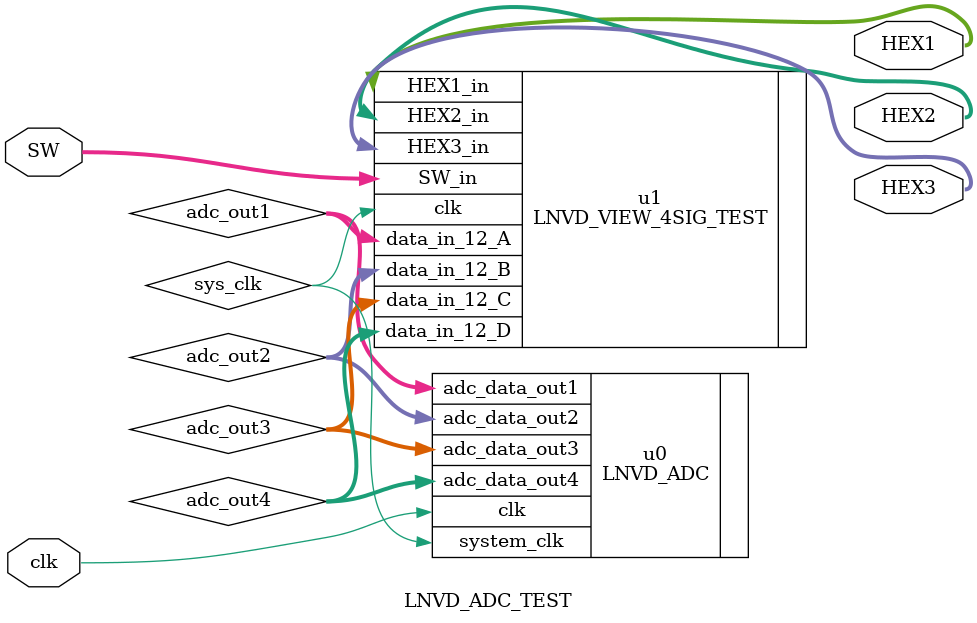
<source format=v>
/* Author: 	Evan Newell
	Date:   	April 6, 2024
	Project: LNVD
	
	Input: * 50 MHZ clk
			 * 10 bit slide switch values (Available on DE10-LITE)
	
	Output: *3 digit 7 segment display which displays hexadecimal version of 
				analog input to the channel indicated by switch combination
			  
	Credit: 
	* Silas Waxter and Aaron Jobe (Team member for research and troubleshooting support)

	Contact: (541)527-0767 *** neweleva000@gmail.com
*/

module LNVD_ADC_TEST (
		input clk, 
		input [9: 0] SW,
		output[7: 0] HEX1,
      output[7: 0] HEX2,
      output[7: 0] HEX3
		);

		
	wire [11:0] adc_out1;
	wire [11:0] adc_out2;
	wire [11:0] adc_out3;
	wire [11:0] adc_out4;
	wire sys_clk;
	
	
	LNVD_ADC u0(
		.clk(clk),
		.adc_data_out1(adc_out1),
		.adc_data_out2(adc_out2),
		.adc_data_out3(adc_out3),
		.adc_data_out4(adc_out4),
		.system_clk(sys_clk)
	);
	
	LNVD_VIEW_4SIG_TEST u1(
		.clk(sys_clk),
		.SW_in(SW),
		.data_in_12_A(adc_out1),
		.data_in_12_B(adc_out2),
		.data_in_12_C(adc_out3),
		.data_in_12_D(adc_out4),
		.HEX1_in(HEX1),
		.HEX2_in(HEX2),
		.HEX3_in(HEX3)
	);
	
		
endmodule

</source>
